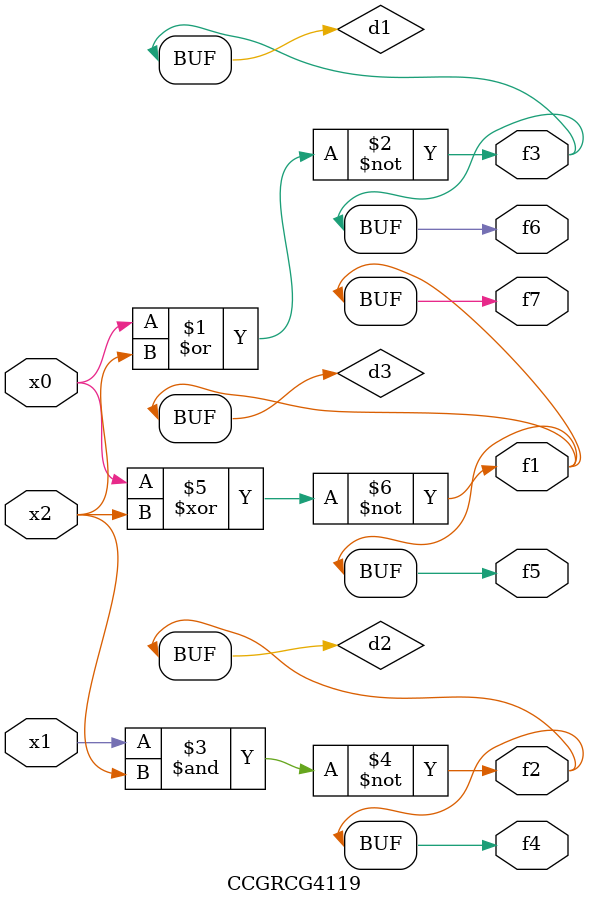
<source format=v>
module CCGRCG4119(
	input x0, x1, x2,
	output f1, f2, f3, f4, f5, f6, f7
);

	wire d1, d2, d3;

	nor (d1, x0, x2);
	nand (d2, x1, x2);
	xnor (d3, x0, x2);
	assign f1 = d3;
	assign f2 = d2;
	assign f3 = d1;
	assign f4 = d2;
	assign f5 = d3;
	assign f6 = d1;
	assign f7 = d3;
endmodule

</source>
